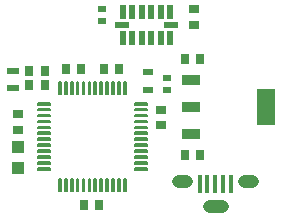
<source format=gbr>
G04 EAGLE Gerber RS-274X export*
G75*
%MOMM*%
%FSLAX34Y34*%
%LPD*%
%INSolderpaste Top*%
%IPPOS*%
%AMOC8*
5,1,8,0,0,1.08239X$1,22.5*%
G01*
G04 Define Apertures*
%ADD10R,0.644000X0.535100*%
%ADD11R,0.500000X1.200000*%
%ADD12R,1.200000X0.500000*%
%ADD13R,1.600200X0.838200*%
%ADD14R,1.600200X3.098800*%
%ADD15R,0.450000X1.500000*%
%ADD16C,1.100000*%
%ADD17R,0.700000X0.900000*%
%ADD18C,0.159000*%
%ADD19R,1.000000X1.100000*%
%ADD20R,0.900000X0.700000*%
%ADD21R,1.100000X0.600000*%
%ADD22R,0.911800X0.611800*%
D10*
X86360Y169362D03*
X86360Y179512D03*
D11*
X103826Y177015D03*
X111826Y177015D03*
X119826Y177015D03*
X127826Y177015D03*
X135826Y177015D03*
X143826Y177015D03*
D12*
X144826Y166015D03*
D11*
X143826Y155015D03*
X135826Y155015D03*
X127826Y155015D03*
X119826Y155015D03*
X111826Y155015D03*
X103826Y155015D03*
D12*
X102826Y166015D03*
D13*
X161211Y119779D03*
X161211Y96665D03*
X161211Y73551D03*
D14*
X225219Y96665D03*
D15*
X168980Y31660D03*
X175480Y31660D03*
X181980Y31660D03*
X188480Y31660D03*
X194980Y31660D03*
D16*
X206480Y34160D02*
X213480Y34160D01*
X187480Y12660D02*
X176480Y12660D01*
X157480Y34160D02*
X150480Y34160D01*
D17*
X156437Y56080D03*
X169437Y56080D03*
D18*
X41855Y100205D02*
X31745Y100205D01*
X41855Y100205D02*
X41855Y98795D01*
X31745Y98795D01*
X31745Y100205D01*
X31745Y95205D02*
X41855Y95205D01*
X41855Y93795D01*
X31745Y93795D01*
X31745Y95205D01*
X31745Y90205D02*
X41855Y90205D01*
X41855Y88795D01*
X31745Y88795D01*
X31745Y90205D01*
X31745Y85205D02*
X41855Y85205D01*
X41855Y83795D01*
X31745Y83795D01*
X31745Y85205D01*
X31745Y80205D02*
X41855Y80205D01*
X41855Y78795D01*
X31745Y78795D01*
X31745Y80205D01*
X31745Y75205D02*
X41855Y75205D01*
X41855Y73795D01*
X31745Y73795D01*
X31745Y75205D01*
X31745Y70205D02*
X41855Y70205D01*
X41855Y68795D01*
X31745Y68795D01*
X31745Y70205D01*
X31745Y65205D02*
X41855Y65205D01*
X41855Y63795D01*
X31745Y63795D01*
X31745Y65205D01*
X31745Y60205D02*
X41855Y60205D01*
X41855Y58795D01*
X31745Y58795D01*
X31745Y60205D01*
X31745Y55205D02*
X41855Y55205D01*
X41855Y53795D01*
X31745Y53795D01*
X31745Y55205D01*
X31745Y50205D02*
X41855Y50205D01*
X41855Y48795D01*
X31745Y48795D01*
X31745Y50205D01*
X31745Y45205D02*
X41855Y45205D01*
X41855Y43795D01*
X31745Y43795D01*
X31745Y45205D01*
X49795Y35855D02*
X49795Y25745D01*
X49795Y35855D02*
X51205Y35855D01*
X51205Y25745D01*
X49795Y25745D01*
X49795Y27255D02*
X51205Y27255D01*
X51205Y28765D02*
X49795Y28765D01*
X49795Y30275D02*
X51205Y30275D01*
X51205Y31785D02*
X49795Y31785D01*
X49795Y33295D02*
X51205Y33295D01*
X51205Y34805D02*
X49795Y34805D01*
X54795Y35855D02*
X54795Y25745D01*
X54795Y35855D02*
X56205Y35855D01*
X56205Y25745D01*
X54795Y25745D01*
X54795Y27255D02*
X56205Y27255D01*
X56205Y28765D02*
X54795Y28765D01*
X54795Y30275D02*
X56205Y30275D01*
X56205Y31785D02*
X54795Y31785D01*
X54795Y33295D02*
X56205Y33295D01*
X56205Y34805D02*
X54795Y34805D01*
X59795Y35855D02*
X59795Y25745D01*
X59795Y35855D02*
X61205Y35855D01*
X61205Y25745D01*
X59795Y25745D01*
X59795Y27255D02*
X61205Y27255D01*
X61205Y28765D02*
X59795Y28765D01*
X59795Y30275D02*
X61205Y30275D01*
X61205Y31785D02*
X59795Y31785D01*
X59795Y33295D02*
X61205Y33295D01*
X61205Y34805D02*
X59795Y34805D01*
X64795Y35855D02*
X64795Y25745D01*
X64795Y35855D02*
X66205Y35855D01*
X66205Y25745D01*
X64795Y25745D01*
X64795Y27255D02*
X66205Y27255D01*
X66205Y28765D02*
X64795Y28765D01*
X64795Y30275D02*
X66205Y30275D01*
X66205Y31785D02*
X64795Y31785D01*
X64795Y33295D02*
X66205Y33295D01*
X66205Y34805D02*
X64795Y34805D01*
X69795Y35855D02*
X69795Y25745D01*
X69795Y35855D02*
X71205Y35855D01*
X71205Y25745D01*
X69795Y25745D01*
X69795Y27255D02*
X71205Y27255D01*
X71205Y28765D02*
X69795Y28765D01*
X69795Y30275D02*
X71205Y30275D01*
X71205Y31785D02*
X69795Y31785D01*
X69795Y33295D02*
X71205Y33295D01*
X71205Y34805D02*
X69795Y34805D01*
X74795Y35855D02*
X74795Y25745D01*
X74795Y35855D02*
X76205Y35855D01*
X76205Y25745D01*
X74795Y25745D01*
X74795Y27255D02*
X76205Y27255D01*
X76205Y28765D02*
X74795Y28765D01*
X74795Y30275D02*
X76205Y30275D01*
X76205Y31785D02*
X74795Y31785D01*
X74795Y33295D02*
X76205Y33295D01*
X76205Y34805D02*
X74795Y34805D01*
X79795Y35855D02*
X79795Y25745D01*
X79795Y35855D02*
X81205Y35855D01*
X81205Y25745D01*
X79795Y25745D01*
X79795Y27255D02*
X81205Y27255D01*
X81205Y28765D02*
X79795Y28765D01*
X79795Y30275D02*
X81205Y30275D01*
X81205Y31785D02*
X79795Y31785D01*
X79795Y33295D02*
X81205Y33295D01*
X81205Y34805D02*
X79795Y34805D01*
X84795Y35855D02*
X84795Y25745D01*
X84795Y35855D02*
X86205Y35855D01*
X86205Y25745D01*
X84795Y25745D01*
X84795Y27255D02*
X86205Y27255D01*
X86205Y28765D02*
X84795Y28765D01*
X84795Y30275D02*
X86205Y30275D01*
X86205Y31785D02*
X84795Y31785D01*
X84795Y33295D02*
X86205Y33295D01*
X86205Y34805D02*
X84795Y34805D01*
X89795Y35855D02*
X89795Y25745D01*
X89795Y35855D02*
X91205Y35855D01*
X91205Y25745D01*
X89795Y25745D01*
X89795Y27255D02*
X91205Y27255D01*
X91205Y28765D02*
X89795Y28765D01*
X89795Y30275D02*
X91205Y30275D01*
X91205Y31785D02*
X89795Y31785D01*
X89795Y33295D02*
X91205Y33295D01*
X91205Y34805D02*
X89795Y34805D01*
X94795Y35855D02*
X94795Y25745D01*
X94795Y35855D02*
X96205Y35855D01*
X96205Y25745D01*
X94795Y25745D01*
X94795Y27255D02*
X96205Y27255D01*
X96205Y28765D02*
X94795Y28765D01*
X94795Y30275D02*
X96205Y30275D01*
X96205Y31785D02*
X94795Y31785D01*
X94795Y33295D02*
X96205Y33295D01*
X96205Y34805D02*
X94795Y34805D01*
X99795Y35855D02*
X99795Y25745D01*
X99795Y35855D02*
X101205Y35855D01*
X101205Y25745D01*
X99795Y25745D01*
X99795Y27255D02*
X101205Y27255D01*
X101205Y28765D02*
X99795Y28765D01*
X99795Y30275D02*
X101205Y30275D01*
X101205Y31785D02*
X99795Y31785D01*
X99795Y33295D02*
X101205Y33295D01*
X101205Y34805D02*
X99795Y34805D01*
X104795Y35855D02*
X104795Y25745D01*
X104795Y35855D02*
X106205Y35855D01*
X106205Y25745D01*
X104795Y25745D01*
X104795Y27255D02*
X106205Y27255D01*
X106205Y28765D02*
X104795Y28765D01*
X104795Y30275D02*
X106205Y30275D01*
X106205Y31785D02*
X104795Y31785D01*
X104795Y33295D02*
X106205Y33295D01*
X106205Y34805D02*
X104795Y34805D01*
X114145Y43795D02*
X124255Y43795D01*
X114145Y43795D02*
X114145Y45205D01*
X124255Y45205D01*
X124255Y43795D01*
X124255Y48795D02*
X114145Y48795D01*
X114145Y50205D01*
X124255Y50205D01*
X124255Y48795D01*
X124255Y53795D02*
X114145Y53795D01*
X114145Y55205D01*
X124255Y55205D01*
X124255Y53795D01*
X124255Y58795D02*
X114145Y58795D01*
X114145Y60205D01*
X124255Y60205D01*
X124255Y58795D01*
X124255Y63795D02*
X114145Y63795D01*
X114145Y65205D01*
X124255Y65205D01*
X124255Y63795D01*
X124255Y68795D02*
X114145Y68795D01*
X114145Y70205D01*
X124255Y70205D01*
X124255Y68795D01*
X124255Y73795D02*
X114145Y73795D01*
X114145Y75205D01*
X124255Y75205D01*
X124255Y73795D01*
X124255Y78795D02*
X114145Y78795D01*
X114145Y80205D01*
X124255Y80205D01*
X124255Y78795D01*
X124255Y83795D02*
X114145Y83795D01*
X114145Y85205D01*
X124255Y85205D01*
X124255Y83795D01*
X124255Y88795D02*
X114145Y88795D01*
X114145Y90205D01*
X124255Y90205D01*
X124255Y88795D01*
X124255Y93795D02*
X114145Y93795D01*
X114145Y95205D01*
X124255Y95205D01*
X124255Y93795D01*
X124255Y98795D02*
X114145Y98795D01*
X114145Y100205D01*
X124255Y100205D01*
X124255Y98795D01*
X106205Y108145D02*
X106205Y118255D01*
X106205Y108145D02*
X104795Y108145D01*
X104795Y118255D01*
X106205Y118255D01*
X106205Y109655D02*
X104795Y109655D01*
X104795Y111165D02*
X106205Y111165D01*
X106205Y112675D02*
X104795Y112675D01*
X104795Y114185D02*
X106205Y114185D01*
X106205Y115695D02*
X104795Y115695D01*
X104795Y117205D02*
X106205Y117205D01*
X101205Y118255D02*
X101205Y108145D01*
X99795Y108145D01*
X99795Y118255D01*
X101205Y118255D01*
X101205Y109655D02*
X99795Y109655D01*
X99795Y111165D02*
X101205Y111165D01*
X101205Y112675D02*
X99795Y112675D01*
X99795Y114185D02*
X101205Y114185D01*
X101205Y115695D02*
X99795Y115695D01*
X99795Y117205D02*
X101205Y117205D01*
X96205Y118255D02*
X96205Y108145D01*
X94795Y108145D01*
X94795Y118255D01*
X96205Y118255D01*
X96205Y109655D02*
X94795Y109655D01*
X94795Y111165D02*
X96205Y111165D01*
X96205Y112675D02*
X94795Y112675D01*
X94795Y114185D02*
X96205Y114185D01*
X96205Y115695D02*
X94795Y115695D01*
X94795Y117205D02*
X96205Y117205D01*
X91205Y118255D02*
X91205Y108145D01*
X89795Y108145D01*
X89795Y118255D01*
X91205Y118255D01*
X91205Y109655D02*
X89795Y109655D01*
X89795Y111165D02*
X91205Y111165D01*
X91205Y112675D02*
X89795Y112675D01*
X89795Y114185D02*
X91205Y114185D01*
X91205Y115695D02*
X89795Y115695D01*
X89795Y117205D02*
X91205Y117205D01*
X86205Y118255D02*
X86205Y108145D01*
X84795Y108145D01*
X84795Y118255D01*
X86205Y118255D01*
X86205Y109655D02*
X84795Y109655D01*
X84795Y111165D02*
X86205Y111165D01*
X86205Y112675D02*
X84795Y112675D01*
X84795Y114185D02*
X86205Y114185D01*
X86205Y115695D02*
X84795Y115695D01*
X84795Y117205D02*
X86205Y117205D01*
X81205Y118255D02*
X81205Y108145D01*
X79795Y108145D01*
X79795Y118255D01*
X81205Y118255D01*
X81205Y109655D02*
X79795Y109655D01*
X79795Y111165D02*
X81205Y111165D01*
X81205Y112675D02*
X79795Y112675D01*
X79795Y114185D02*
X81205Y114185D01*
X81205Y115695D02*
X79795Y115695D01*
X79795Y117205D02*
X81205Y117205D01*
X76205Y118255D02*
X76205Y108145D01*
X74795Y108145D01*
X74795Y118255D01*
X76205Y118255D01*
X76205Y109655D02*
X74795Y109655D01*
X74795Y111165D02*
X76205Y111165D01*
X76205Y112675D02*
X74795Y112675D01*
X74795Y114185D02*
X76205Y114185D01*
X76205Y115695D02*
X74795Y115695D01*
X74795Y117205D02*
X76205Y117205D01*
X71205Y118255D02*
X71205Y108145D01*
X69795Y108145D01*
X69795Y118255D01*
X71205Y118255D01*
X71205Y109655D02*
X69795Y109655D01*
X69795Y111165D02*
X71205Y111165D01*
X71205Y112675D02*
X69795Y112675D01*
X69795Y114185D02*
X71205Y114185D01*
X71205Y115695D02*
X69795Y115695D01*
X69795Y117205D02*
X71205Y117205D01*
X66205Y118255D02*
X66205Y108145D01*
X64795Y108145D01*
X64795Y118255D01*
X66205Y118255D01*
X66205Y109655D02*
X64795Y109655D01*
X64795Y111165D02*
X66205Y111165D01*
X66205Y112675D02*
X64795Y112675D01*
X64795Y114185D02*
X66205Y114185D01*
X66205Y115695D02*
X64795Y115695D01*
X64795Y117205D02*
X66205Y117205D01*
X61205Y118255D02*
X61205Y108145D01*
X59795Y108145D01*
X59795Y118255D01*
X61205Y118255D01*
X61205Y109655D02*
X59795Y109655D01*
X59795Y111165D02*
X61205Y111165D01*
X61205Y112675D02*
X59795Y112675D01*
X59795Y114185D02*
X61205Y114185D01*
X61205Y115695D02*
X59795Y115695D01*
X59795Y117205D02*
X61205Y117205D01*
X56205Y118255D02*
X56205Y108145D01*
X54795Y108145D01*
X54795Y118255D01*
X56205Y118255D01*
X56205Y109655D02*
X54795Y109655D01*
X54795Y111165D02*
X56205Y111165D01*
X56205Y112675D02*
X54795Y112675D01*
X54795Y114185D02*
X56205Y114185D01*
X56205Y115695D02*
X54795Y115695D01*
X54795Y117205D02*
X56205Y117205D01*
X51205Y118255D02*
X51205Y108145D01*
X49795Y108145D01*
X49795Y118255D01*
X51205Y118255D01*
X51205Y109655D02*
X49795Y109655D01*
X49795Y111165D02*
X51205Y111165D01*
X51205Y112675D02*
X49795Y112675D01*
X49795Y114185D02*
X51205Y114185D01*
X51205Y115695D02*
X49795Y115695D01*
X49795Y117205D02*
X51205Y117205D01*
D19*
X15000Y62500D03*
X15000Y45500D03*
D20*
X164000Y179500D03*
X164000Y166500D03*
D17*
X169500Y137000D03*
X156500Y137000D03*
D20*
X15000Y77500D03*
X15000Y90500D03*
D17*
X87500Y129000D03*
X100500Y129000D03*
D20*
X136000Y94500D03*
X136000Y81500D03*
D17*
X70500Y14000D03*
X83500Y14000D03*
X68500Y129000D03*
X55500Y129000D03*
D21*
X11000Y127000D03*
X11000Y113000D03*
D17*
X24500Y127000D03*
X37500Y127000D03*
X24500Y115000D03*
X37500Y115000D03*
D22*
X125000Y126500D03*
X125000Y111500D03*
D10*
X141000Y121075D03*
X141000Y110925D03*
M02*

</source>
